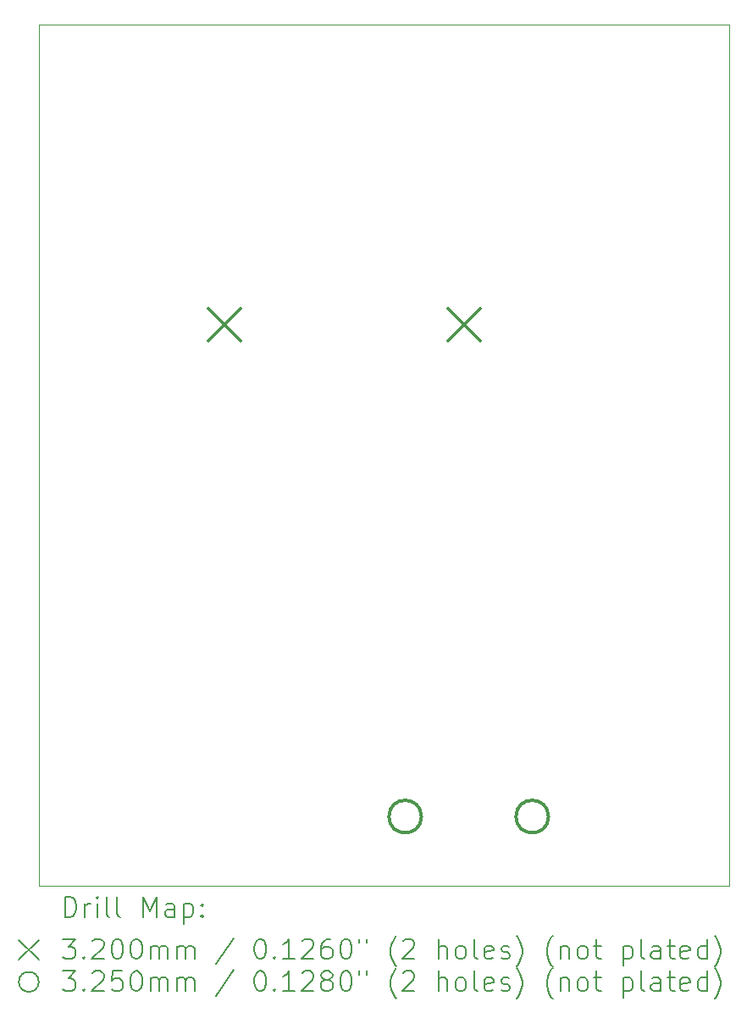
<source format=gbr>
%TF.GenerationSoftware,KiCad,Pcbnew,9.0.1*%
%TF.CreationDate,2025-05-26T13:20:41+02:00*%
%TF.ProjectId,ESP Interface Board,45535020-496e-4746-9572-666163652042,rev?*%
%TF.SameCoordinates,Original*%
%TF.FileFunction,Drillmap*%
%TF.FilePolarity,Positive*%
%FSLAX45Y45*%
G04 Gerber Fmt 4.5, Leading zero omitted, Abs format (unit mm)*
G04 Created by KiCad (PCBNEW 9.0.1) date 2025-05-26 13:20:41*
%MOMM*%
%LPD*%
G01*
G04 APERTURE LIST*
%ADD10C,0.050000*%
%ADD11C,0.200000*%
%ADD12C,0.320000*%
%ADD13C,0.325000*%
G04 APERTURE END LIST*
D10*
X8100000Y-7100000D02*
X15000000Y-7100000D01*
X15000000Y-15700000D01*
X8100000Y-15700000D01*
X8100000Y-7100000D01*
D11*
D12*
X9790000Y-9940000D02*
X10110000Y-10260000D01*
X10110000Y-9940000D02*
X9790000Y-10260000D01*
X12190000Y-9940000D02*
X12510000Y-10260000D01*
X12510000Y-9940000D02*
X12190000Y-10260000D01*
D13*
X11922600Y-15011600D02*
G75*
G02*
X11597600Y-15011600I-162500J0D01*
G01*
X11597600Y-15011600D02*
G75*
G02*
X11922600Y-15011600I162500J0D01*
G01*
X13192600Y-15011600D02*
G75*
G02*
X12867600Y-15011600I-162500J0D01*
G01*
X12867600Y-15011600D02*
G75*
G02*
X13192600Y-15011600I162500J0D01*
G01*
D11*
X8358277Y-16013984D02*
X8358277Y-15813984D01*
X8358277Y-15813984D02*
X8405896Y-15813984D01*
X8405896Y-15813984D02*
X8434467Y-15823508D01*
X8434467Y-15823508D02*
X8453515Y-15842555D01*
X8453515Y-15842555D02*
X8463039Y-15861603D01*
X8463039Y-15861603D02*
X8472563Y-15899698D01*
X8472563Y-15899698D02*
X8472563Y-15928269D01*
X8472563Y-15928269D02*
X8463039Y-15966365D01*
X8463039Y-15966365D02*
X8453515Y-15985412D01*
X8453515Y-15985412D02*
X8434467Y-16004460D01*
X8434467Y-16004460D02*
X8405896Y-16013984D01*
X8405896Y-16013984D02*
X8358277Y-16013984D01*
X8558277Y-16013984D02*
X8558277Y-15880650D01*
X8558277Y-15918746D02*
X8567801Y-15899698D01*
X8567801Y-15899698D02*
X8577324Y-15890174D01*
X8577324Y-15890174D02*
X8596372Y-15880650D01*
X8596372Y-15880650D02*
X8615420Y-15880650D01*
X8682086Y-16013984D02*
X8682086Y-15880650D01*
X8682086Y-15813984D02*
X8672563Y-15823508D01*
X8672563Y-15823508D02*
X8682086Y-15833031D01*
X8682086Y-15833031D02*
X8691610Y-15823508D01*
X8691610Y-15823508D02*
X8682086Y-15813984D01*
X8682086Y-15813984D02*
X8682086Y-15833031D01*
X8805896Y-16013984D02*
X8786848Y-16004460D01*
X8786848Y-16004460D02*
X8777324Y-15985412D01*
X8777324Y-15985412D02*
X8777324Y-15813984D01*
X8910658Y-16013984D02*
X8891610Y-16004460D01*
X8891610Y-16004460D02*
X8882086Y-15985412D01*
X8882086Y-15985412D02*
X8882086Y-15813984D01*
X9139229Y-16013984D02*
X9139229Y-15813984D01*
X9139229Y-15813984D02*
X9205896Y-15956841D01*
X9205896Y-15956841D02*
X9272563Y-15813984D01*
X9272563Y-15813984D02*
X9272563Y-16013984D01*
X9453515Y-16013984D02*
X9453515Y-15909222D01*
X9453515Y-15909222D02*
X9443991Y-15890174D01*
X9443991Y-15890174D02*
X9424944Y-15880650D01*
X9424944Y-15880650D02*
X9386848Y-15880650D01*
X9386848Y-15880650D02*
X9367801Y-15890174D01*
X9453515Y-16004460D02*
X9434467Y-16013984D01*
X9434467Y-16013984D02*
X9386848Y-16013984D01*
X9386848Y-16013984D02*
X9367801Y-16004460D01*
X9367801Y-16004460D02*
X9358277Y-15985412D01*
X9358277Y-15985412D02*
X9358277Y-15966365D01*
X9358277Y-15966365D02*
X9367801Y-15947317D01*
X9367801Y-15947317D02*
X9386848Y-15937793D01*
X9386848Y-15937793D02*
X9434467Y-15937793D01*
X9434467Y-15937793D02*
X9453515Y-15928269D01*
X9548753Y-15880650D02*
X9548753Y-16080650D01*
X9548753Y-15890174D02*
X9567801Y-15880650D01*
X9567801Y-15880650D02*
X9605896Y-15880650D01*
X9605896Y-15880650D02*
X9624944Y-15890174D01*
X9624944Y-15890174D02*
X9634467Y-15899698D01*
X9634467Y-15899698D02*
X9643991Y-15918746D01*
X9643991Y-15918746D02*
X9643991Y-15975888D01*
X9643991Y-15975888D02*
X9634467Y-15994936D01*
X9634467Y-15994936D02*
X9624944Y-16004460D01*
X9624944Y-16004460D02*
X9605896Y-16013984D01*
X9605896Y-16013984D02*
X9567801Y-16013984D01*
X9567801Y-16013984D02*
X9548753Y-16004460D01*
X9729705Y-15994936D02*
X9739229Y-16004460D01*
X9739229Y-16004460D02*
X9729705Y-16013984D01*
X9729705Y-16013984D02*
X9720182Y-16004460D01*
X9720182Y-16004460D02*
X9729705Y-15994936D01*
X9729705Y-15994936D02*
X9729705Y-16013984D01*
X9729705Y-15890174D02*
X9739229Y-15899698D01*
X9739229Y-15899698D02*
X9729705Y-15909222D01*
X9729705Y-15909222D02*
X9720182Y-15899698D01*
X9720182Y-15899698D02*
X9729705Y-15890174D01*
X9729705Y-15890174D02*
X9729705Y-15909222D01*
X7897500Y-16242500D02*
X8097500Y-16442500D01*
X8097500Y-16242500D02*
X7897500Y-16442500D01*
X8339229Y-16233984D02*
X8463039Y-16233984D01*
X8463039Y-16233984D02*
X8396372Y-16310174D01*
X8396372Y-16310174D02*
X8424944Y-16310174D01*
X8424944Y-16310174D02*
X8443991Y-16319698D01*
X8443991Y-16319698D02*
X8453515Y-16329222D01*
X8453515Y-16329222D02*
X8463039Y-16348269D01*
X8463039Y-16348269D02*
X8463039Y-16395888D01*
X8463039Y-16395888D02*
X8453515Y-16414936D01*
X8453515Y-16414936D02*
X8443991Y-16424460D01*
X8443991Y-16424460D02*
X8424944Y-16433984D01*
X8424944Y-16433984D02*
X8367801Y-16433984D01*
X8367801Y-16433984D02*
X8348753Y-16424460D01*
X8348753Y-16424460D02*
X8339229Y-16414936D01*
X8548753Y-16414936D02*
X8558277Y-16424460D01*
X8558277Y-16424460D02*
X8548753Y-16433984D01*
X8548753Y-16433984D02*
X8539229Y-16424460D01*
X8539229Y-16424460D02*
X8548753Y-16414936D01*
X8548753Y-16414936D02*
X8548753Y-16433984D01*
X8634467Y-16253031D02*
X8643991Y-16243508D01*
X8643991Y-16243508D02*
X8663039Y-16233984D01*
X8663039Y-16233984D02*
X8710658Y-16233984D01*
X8710658Y-16233984D02*
X8729705Y-16243508D01*
X8729705Y-16243508D02*
X8739229Y-16253031D01*
X8739229Y-16253031D02*
X8748753Y-16272079D01*
X8748753Y-16272079D02*
X8748753Y-16291127D01*
X8748753Y-16291127D02*
X8739229Y-16319698D01*
X8739229Y-16319698D02*
X8624944Y-16433984D01*
X8624944Y-16433984D02*
X8748753Y-16433984D01*
X8872563Y-16233984D02*
X8891610Y-16233984D01*
X8891610Y-16233984D02*
X8910658Y-16243508D01*
X8910658Y-16243508D02*
X8920182Y-16253031D01*
X8920182Y-16253031D02*
X8929705Y-16272079D01*
X8929705Y-16272079D02*
X8939229Y-16310174D01*
X8939229Y-16310174D02*
X8939229Y-16357793D01*
X8939229Y-16357793D02*
X8929705Y-16395888D01*
X8929705Y-16395888D02*
X8920182Y-16414936D01*
X8920182Y-16414936D02*
X8910658Y-16424460D01*
X8910658Y-16424460D02*
X8891610Y-16433984D01*
X8891610Y-16433984D02*
X8872563Y-16433984D01*
X8872563Y-16433984D02*
X8853515Y-16424460D01*
X8853515Y-16424460D02*
X8843991Y-16414936D01*
X8843991Y-16414936D02*
X8834467Y-16395888D01*
X8834467Y-16395888D02*
X8824944Y-16357793D01*
X8824944Y-16357793D02*
X8824944Y-16310174D01*
X8824944Y-16310174D02*
X8834467Y-16272079D01*
X8834467Y-16272079D02*
X8843991Y-16253031D01*
X8843991Y-16253031D02*
X8853515Y-16243508D01*
X8853515Y-16243508D02*
X8872563Y-16233984D01*
X9063039Y-16233984D02*
X9082086Y-16233984D01*
X9082086Y-16233984D02*
X9101134Y-16243508D01*
X9101134Y-16243508D02*
X9110658Y-16253031D01*
X9110658Y-16253031D02*
X9120182Y-16272079D01*
X9120182Y-16272079D02*
X9129705Y-16310174D01*
X9129705Y-16310174D02*
X9129705Y-16357793D01*
X9129705Y-16357793D02*
X9120182Y-16395888D01*
X9120182Y-16395888D02*
X9110658Y-16414936D01*
X9110658Y-16414936D02*
X9101134Y-16424460D01*
X9101134Y-16424460D02*
X9082086Y-16433984D01*
X9082086Y-16433984D02*
X9063039Y-16433984D01*
X9063039Y-16433984D02*
X9043991Y-16424460D01*
X9043991Y-16424460D02*
X9034467Y-16414936D01*
X9034467Y-16414936D02*
X9024944Y-16395888D01*
X9024944Y-16395888D02*
X9015420Y-16357793D01*
X9015420Y-16357793D02*
X9015420Y-16310174D01*
X9015420Y-16310174D02*
X9024944Y-16272079D01*
X9024944Y-16272079D02*
X9034467Y-16253031D01*
X9034467Y-16253031D02*
X9043991Y-16243508D01*
X9043991Y-16243508D02*
X9063039Y-16233984D01*
X9215420Y-16433984D02*
X9215420Y-16300650D01*
X9215420Y-16319698D02*
X9224944Y-16310174D01*
X9224944Y-16310174D02*
X9243991Y-16300650D01*
X9243991Y-16300650D02*
X9272563Y-16300650D01*
X9272563Y-16300650D02*
X9291610Y-16310174D01*
X9291610Y-16310174D02*
X9301134Y-16329222D01*
X9301134Y-16329222D02*
X9301134Y-16433984D01*
X9301134Y-16329222D02*
X9310658Y-16310174D01*
X9310658Y-16310174D02*
X9329705Y-16300650D01*
X9329705Y-16300650D02*
X9358277Y-16300650D01*
X9358277Y-16300650D02*
X9377325Y-16310174D01*
X9377325Y-16310174D02*
X9386848Y-16329222D01*
X9386848Y-16329222D02*
X9386848Y-16433984D01*
X9482086Y-16433984D02*
X9482086Y-16300650D01*
X9482086Y-16319698D02*
X9491610Y-16310174D01*
X9491610Y-16310174D02*
X9510658Y-16300650D01*
X9510658Y-16300650D02*
X9539229Y-16300650D01*
X9539229Y-16300650D02*
X9558277Y-16310174D01*
X9558277Y-16310174D02*
X9567801Y-16329222D01*
X9567801Y-16329222D02*
X9567801Y-16433984D01*
X9567801Y-16329222D02*
X9577325Y-16310174D01*
X9577325Y-16310174D02*
X9596372Y-16300650D01*
X9596372Y-16300650D02*
X9624944Y-16300650D01*
X9624944Y-16300650D02*
X9643991Y-16310174D01*
X9643991Y-16310174D02*
X9653515Y-16329222D01*
X9653515Y-16329222D02*
X9653515Y-16433984D01*
X10043991Y-16224460D02*
X9872563Y-16481603D01*
X10301134Y-16233984D02*
X10320182Y-16233984D01*
X10320182Y-16233984D02*
X10339229Y-16243508D01*
X10339229Y-16243508D02*
X10348753Y-16253031D01*
X10348753Y-16253031D02*
X10358277Y-16272079D01*
X10358277Y-16272079D02*
X10367801Y-16310174D01*
X10367801Y-16310174D02*
X10367801Y-16357793D01*
X10367801Y-16357793D02*
X10358277Y-16395888D01*
X10358277Y-16395888D02*
X10348753Y-16414936D01*
X10348753Y-16414936D02*
X10339229Y-16424460D01*
X10339229Y-16424460D02*
X10320182Y-16433984D01*
X10320182Y-16433984D02*
X10301134Y-16433984D01*
X10301134Y-16433984D02*
X10282087Y-16424460D01*
X10282087Y-16424460D02*
X10272563Y-16414936D01*
X10272563Y-16414936D02*
X10263039Y-16395888D01*
X10263039Y-16395888D02*
X10253515Y-16357793D01*
X10253515Y-16357793D02*
X10253515Y-16310174D01*
X10253515Y-16310174D02*
X10263039Y-16272079D01*
X10263039Y-16272079D02*
X10272563Y-16253031D01*
X10272563Y-16253031D02*
X10282087Y-16243508D01*
X10282087Y-16243508D02*
X10301134Y-16233984D01*
X10453515Y-16414936D02*
X10463039Y-16424460D01*
X10463039Y-16424460D02*
X10453515Y-16433984D01*
X10453515Y-16433984D02*
X10443991Y-16424460D01*
X10443991Y-16424460D02*
X10453515Y-16414936D01*
X10453515Y-16414936D02*
X10453515Y-16433984D01*
X10653515Y-16433984D02*
X10539229Y-16433984D01*
X10596372Y-16433984D02*
X10596372Y-16233984D01*
X10596372Y-16233984D02*
X10577325Y-16262555D01*
X10577325Y-16262555D02*
X10558277Y-16281603D01*
X10558277Y-16281603D02*
X10539229Y-16291127D01*
X10729706Y-16253031D02*
X10739229Y-16243508D01*
X10739229Y-16243508D02*
X10758277Y-16233984D01*
X10758277Y-16233984D02*
X10805896Y-16233984D01*
X10805896Y-16233984D02*
X10824944Y-16243508D01*
X10824944Y-16243508D02*
X10834468Y-16253031D01*
X10834468Y-16253031D02*
X10843991Y-16272079D01*
X10843991Y-16272079D02*
X10843991Y-16291127D01*
X10843991Y-16291127D02*
X10834468Y-16319698D01*
X10834468Y-16319698D02*
X10720182Y-16433984D01*
X10720182Y-16433984D02*
X10843991Y-16433984D01*
X11015420Y-16233984D02*
X10977325Y-16233984D01*
X10977325Y-16233984D02*
X10958277Y-16243508D01*
X10958277Y-16243508D02*
X10948753Y-16253031D01*
X10948753Y-16253031D02*
X10929706Y-16281603D01*
X10929706Y-16281603D02*
X10920182Y-16319698D01*
X10920182Y-16319698D02*
X10920182Y-16395888D01*
X10920182Y-16395888D02*
X10929706Y-16414936D01*
X10929706Y-16414936D02*
X10939229Y-16424460D01*
X10939229Y-16424460D02*
X10958277Y-16433984D01*
X10958277Y-16433984D02*
X10996372Y-16433984D01*
X10996372Y-16433984D02*
X11015420Y-16424460D01*
X11015420Y-16424460D02*
X11024944Y-16414936D01*
X11024944Y-16414936D02*
X11034468Y-16395888D01*
X11034468Y-16395888D02*
X11034468Y-16348269D01*
X11034468Y-16348269D02*
X11024944Y-16329222D01*
X11024944Y-16329222D02*
X11015420Y-16319698D01*
X11015420Y-16319698D02*
X10996372Y-16310174D01*
X10996372Y-16310174D02*
X10958277Y-16310174D01*
X10958277Y-16310174D02*
X10939229Y-16319698D01*
X10939229Y-16319698D02*
X10929706Y-16329222D01*
X10929706Y-16329222D02*
X10920182Y-16348269D01*
X11158277Y-16233984D02*
X11177325Y-16233984D01*
X11177325Y-16233984D02*
X11196372Y-16243508D01*
X11196372Y-16243508D02*
X11205896Y-16253031D01*
X11205896Y-16253031D02*
X11215420Y-16272079D01*
X11215420Y-16272079D02*
X11224944Y-16310174D01*
X11224944Y-16310174D02*
X11224944Y-16357793D01*
X11224944Y-16357793D02*
X11215420Y-16395888D01*
X11215420Y-16395888D02*
X11205896Y-16414936D01*
X11205896Y-16414936D02*
X11196372Y-16424460D01*
X11196372Y-16424460D02*
X11177325Y-16433984D01*
X11177325Y-16433984D02*
X11158277Y-16433984D01*
X11158277Y-16433984D02*
X11139229Y-16424460D01*
X11139229Y-16424460D02*
X11129706Y-16414936D01*
X11129706Y-16414936D02*
X11120182Y-16395888D01*
X11120182Y-16395888D02*
X11110658Y-16357793D01*
X11110658Y-16357793D02*
X11110658Y-16310174D01*
X11110658Y-16310174D02*
X11120182Y-16272079D01*
X11120182Y-16272079D02*
X11129706Y-16253031D01*
X11129706Y-16253031D02*
X11139229Y-16243508D01*
X11139229Y-16243508D02*
X11158277Y-16233984D01*
X11301134Y-16233984D02*
X11301134Y-16272079D01*
X11377325Y-16233984D02*
X11377325Y-16272079D01*
X11672563Y-16510174D02*
X11663039Y-16500650D01*
X11663039Y-16500650D02*
X11643991Y-16472079D01*
X11643991Y-16472079D02*
X11634468Y-16453031D01*
X11634468Y-16453031D02*
X11624944Y-16424460D01*
X11624944Y-16424460D02*
X11615420Y-16376841D01*
X11615420Y-16376841D02*
X11615420Y-16338746D01*
X11615420Y-16338746D02*
X11624944Y-16291127D01*
X11624944Y-16291127D02*
X11634468Y-16262555D01*
X11634468Y-16262555D02*
X11643991Y-16243508D01*
X11643991Y-16243508D02*
X11663039Y-16214936D01*
X11663039Y-16214936D02*
X11672563Y-16205412D01*
X11739229Y-16253031D02*
X11748753Y-16243508D01*
X11748753Y-16243508D02*
X11767801Y-16233984D01*
X11767801Y-16233984D02*
X11815420Y-16233984D01*
X11815420Y-16233984D02*
X11834468Y-16243508D01*
X11834468Y-16243508D02*
X11843991Y-16253031D01*
X11843991Y-16253031D02*
X11853515Y-16272079D01*
X11853515Y-16272079D02*
X11853515Y-16291127D01*
X11853515Y-16291127D02*
X11843991Y-16319698D01*
X11843991Y-16319698D02*
X11729706Y-16433984D01*
X11729706Y-16433984D02*
X11853515Y-16433984D01*
X12091610Y-16433984D02*
X12091610Y-16233984D01*
X12177325Y-16433984D02*
X12177325Y-16329222D01*
X12177325Y-16329222D02*
X12167801Y-16310174D01*
X12167801Y-16310174D02*
X12148753Y-16300650D01*
X12148753Y-16300650D02*
X12120182Y-16300650D01*
X12120182Y-16300650D02*
X12101134Y-16310174D01*
X12101134Y-16310174D02*
X12091610Y-16319698D01*
X12301134Y-16433984D02*
X12282087Y-16424460D01*
X12282087Y-16424460D02*
X12272563Y-16414936D01*
X12272563Y-16414936D02*
X12263039Y-16395888D01*
X12263039Y-16395888D02*
X12263039Y-16338746D01*
X12263039Y-16338746D02*
X12272563Y-16319698D01*
X12272563Y-16319698D02*
X12282087Y-16310174D01*
X12282087Y-16310174D02*
X12301134Y-16300650D01*
X12301134Y-16300650D02*
X12329706Y-16300650D01*
X12329706Y-16300650D02*
X12348753Y-16310174D01*
X12348753Y-16310174D02*
X12358277Y-16319698D01*
X12358277Y-16319698D02*
X12367801Y-16338746D01*
X12367801Y-16338746D02*
X12367801Y-16395888D01*
X12367801Y-16395888D02*
X12358277Y-16414936D01*
X12358277Y-16414936D02*
X12348753Y-16424460D01*
X12348753Y-16424460D02*
X12329706Y-16433984D01*
X12329706Y-16433984D02*
X12301134Y-16433984D01*
X12482087Y-16433984D02*
X12463039Y-16424460D01*
X12463039Y-16424460D02*
X12453515Y-16405412D01*
X12453515Y-16405412D02*
X12453515Y-16233984D01*
X12634468Y-16424460D02*
X12615420Y-16433984D01*
X12615420Y-16433984D02*
X12577325Y-16433984D01*
X12577325Y-16433984D02*
X12558277Y-16424460D01*
X12558277Y-16424460D02*
X12548753Y-16405412D01*
X12548753Y-16405412D02*
X12548753Y-16329222D01*
X12548753Y-16329222D02*
X12558277Y-16310174D01*
X12558277Y-16310174D02*
X12577325Y-16300650D01*
X12577325Y-16300650D02*
X12615420Y-16300650D01*
X12615420Y-16300650D02*
X12634468Y-16310174D01*
X12634468Y-16310174D02*
X12643991Y-16329222D01*
X12643991Y-16329222D02*
X12643991Y-16348269D01*
X12643991Y-16348269D02*
X12548753Y-16367317D01*
X12720182Y-16424460D02*
X12739230Y-16433984D01*
X12739230Y-16433984D02*
X12777325Y-16433984D01*
X12777325Y-16433984D02*
X12796372Y-16424460D01*
X12796372Y-16424460D02*
X12805896Y-16405412D01*
X12805896Y-16405412D02*
X12805896Y-16395888D01*
X12805896Y-16395888D02*
X12796372Y-16376841D01*
X12796372Y-16376841D02*
X12777325Y-16367317D01*
X12777325Y-16367317D02*
X12748753Y-16367317D01*
X12748753Y-16367317D02*
X12729706Y-16357793D01*
X12729706Y-16357793D02*
X12720182Y-16338746D01*
X12720182Y-16338746D02*
X12720182Y-16329222D01*
X12720182Y-16329222D02*
X12729706Y-16310174D01*
X12729706Y-16310174D02*
X12748753Y-16300650D01*
X12748753Y-16300650D02*
X12777325Y-16300650D01*
X12777325Y-16300650D02*
X12796372Y-16310174D01*
X12872563Y-16510174D02*
X12882087Y-16500650D01*
X12882087Y-16500650D02*
X12901134Y-16472079D01*
X12901134Y-16472079D02*
X12910658Y-16453031D01*
X12910658Y-16453031D02*
X12920182Y-16424460D01*
X12920182Y-16424460D02*
X12929706Y-16376841D01*
X12929706Y-16376841D02*
X12929706Y-16338746D01*
X12929706Y-16338746D02*
X12920182Y-16291127D01*
X12920182Y-16291127D02*
X12910658Y-16262555D01*
X12910658Y-16262555D02*
X12901134Y-16243508D01*
X12901134Y-16243508D02*
X12882087Y-16214936D01*
X12882087Y-16214936D02*
X12872563Y-16205412D01*
X13234468Y-16510174D02*
X13224944Y-16500650D01*
X13224944Y-16500650D02*
X13205896Y-16472079D01*
X13205896Y-16472079D02*
X13196372Y-16453031D01*
X13196372Y-16453031D02*
X13186849Y-16424460D01*
X13186849Y-16424460D02*
X13177325Y-16376841D01*
X13177325Y-16376841D02*
X13177325Y-16338746D01*
X13177325Y-16338746D02*
X13186849Y-16291127D01*
X13186849Y-16291127D02*
X13196372Y-16262555D01*
X13196372Y-16262555D02*
X13205896Y-16243508D01*
X13205896Y-16243508D02*
X13224944Y-16214936D01*
X13224944Y-16214936D02*
X13234468Y-16205412D01*
X13310658Y-16300650D02*
X13310658Y-16433984D01*
X13310658Y-16319698D02*
X13320182Y-16310174D01*
X13320182Y-16310174D02*
X13339230Y-16300650D01*
X13339230Y-16300650D02*
X13367801Y-16300650D01*
X13367801Y-16300650D02*
X13386849Y-16310174D01*
X13386849Y-16310174D02*
X13396372Y-16329222D01*
X13396372Y-16329222D02*
X13396372Y-16433984D01*
X13520182Y-16433984D02*
X13501134Y-16424460D01*
X13501134Y-16424460D02*
X13491611Y-16414936D01*
X13491611Y-16414936D02*
X13482087Y-16395888D01*
X13482087Y-16395888D02*
X13482087Y-16338746D01*
X13482087Y-16338746D02*
X13491611Y-16319698D01*
X13491611Y-16319698D02*
X13501134Y-16310174D01*
X13501134Y-16310174D02*
X13520182Y-16300650D01*
X13520182Y-16300650D02*
X13548753Y-16300650D01*
X13548753Y-16300650D02*
X13567801Y-16310174D01*
X13567801Y-16310174D02*
X13577325Y-16319698D01*
X13577325Y-16319698D02*
X13586849Y-16338746D01*
X13586849Y-16338746D02*
X13586849Y-16395888D01*
X13586849Y-16395888D02*
X13577325Y-16414936D01*
X13577325Y-16414936D02*
X13567801Y-16424460D01*
X13567801Y-16424460D02*
X13548753Y-16433984D01*
X13548753Y-16433984D02*
X13520182Y-16433984D01*
X13643992Y-16300650D02*
X13720182Y-16300650D01*
X13672563Y-16233984D02*
X13672563Y-16405412D01*
X13672563Y-16405412D02*
X13682087Y-16424460D01*
X13682087Y-16424460D02*
X13701134Y-16433984D01*
X13701134Y-16433984D02*
X13720182Y-16433984D01*
X13939230Y-16300650D02*
X13939230Y-16500650D01*
X13939230Y-16310174D02*
X13958277Y-16300650D01*
X13958277Y-16300650D02*
X13996373Y-16300650D01*
X13996373Y-16300650D02*
X14015420Y-16310174D01*
X14015420Y-16310174D02*
X14024944Y-16319698D01*
X14024944Y-16319698D02*
X14034468Y-16338746D01*
X14034468Y-16338746D02*
X14034468Y-16395888D01*
X14034468Y-16395888D02*
X14024944Y-16414936D01*
X14024944Y-16414936D02*
X14015420Y-16424460D01*
X14015420Y-16424460D02*
X13996373Y-16433984D01*
X13996373Y-16433984D02*
X13958277Y-16433984D01*
X13958277Y-16433984D02*
X13939230Y-16424460D01*
X14148753Y-16433984D02*
X14129706Y-16424460D01*
X14129706Y-16424460D02*
X14120182Y-16405412D01*
X14120182Y-16405412D02*
X14120182Y-16233984D01*
X14310658Y-16433984D02*
X14310658Y-16329222D01*
X14310658Y-16329222D02*
X14301134Y-16310174D01*
X14301134Y-16310174D02*
X14282087Y-16300650D01*
X14282087Y-16300650D02*
X14243992Y-16300650D01*
X14243992Y-16300650D02*
X14224944Y-16310174D01*
X14310658Y-16424460D02*
X14291611Y-16433984D01*
X14291611Y-16433984D02*
X14243992Y-16433984D01*
X14243992Y-16433984D02*
X14224944Y-16424460D01*
X14224944Y-16424460D02*
X14215420Y-16405412D01*
X14215420Y-16405412D02*
X14215420Y-16386365D01*
X14215420Y-16386365D02*
X14224944Y-16367317D01*
X14224944Y-16367317D02*
X14243992Y-16357793D01*
X14243992Y-16357793D02*
X14291611Y-16357793D01*
X14291611Y-16357793D02*
X14310658Y-16348269D01*
X14377325Y-16300650D02*
X14453515Y-16300650D01*
X14405896Y-16233984D02*
X14405896Y-16405412D01*
X14405896Y-16405412D02*
X14415420Y-16424460D01*
X14415420Y-16424460D02*
X14434468Y-16433984D01*
X14434468Y-16433984D02*
X14453515Y-16433984D01*
X14596373Y-16424460D02*
X14577325Y-16433984D01*
X14577325Y-16433984D02*
X14539230Y-16433984D01*
X14539230Y-16433984D02*
X14520182Y-16424460D01*
X14520182Y-16424460D02*
X14510658Y-16405412D01*
X14510658Y-16405412D02*
X14510658Y-16329222D01*
X14510658Y-16329222D02*
X14520182Y-16310174D01*
X14520182Y-16310174D02*
X14539230Y-16300650D01*
X14539230Y-16300650D02*
X14577325Y-16300650D01*
X14577325Y-16300650D02*
X14596373Y-16310174D01*
X14596373Y-16310174D02*
X14605896Y-16329222D01*
X14605896Y-16329222D02*
X14605896Y-16348269D01*
X14605896Y-16348269D02*
X14510658Y-16367317D01*
X14777325Y-16433984D02*
X14777325Y-16233984D01*
X14777325Y-16424460D02*
X14758277Y-16433984D01*
X14758277Y-16433984D02*
X14720182Y-16433984D01*
X14720182Y-16433984D02*
X14701134Y-16424460D01*
X14701134Y-16424460D02*
X14691611Y-16414936D01*
X14691611Y-16414936D02*
X14682087Y-16395888D01*
X14682087Y-16395888D02*
X14682087Y-16338746D01*
X14682087Y-16338746D02*
X14691611Y-16319698D01*
X14691611Y-16319698D02*
X14701134Y-16310174D01*
X14701134Y-16310174D02*
X14720182Y-16300650D01*
X14720182Y-16300650D02*
X14758277Y-16300650D01*
X14758277Y-16300650D02*
X14777325Y-16310174D01*
X14853515Y-16510174D02*
X14863039Y-16500650D01*
X14863039Y-16500650D02*
X14882087Y-16472079D01*
X14882087Y-16472079D02*
X14891611Y-16453031D01*
X14891611Y-16453031D02*
X14901134Y-16424460D01*
X14901134Y-16424460D02*
X14910658Y-16376841D01*
X14910658Y-16376841D02*
X14910658Y-16338746D01*
X14910658Y-16338746D02*
X14901134Y-16291127D01*
X14901134Y-16291127D02*
X14891611Y-16262555D01*
X14891611Y-16262555D02*
X14882087Y-16243508D01*
X14882087Y-16243508D02*
X14863039Y-16214936D01*
X14863039Y-16214936D02*
X14853515Y-16205412D01*
X8097500Y-16662500D02*
G75*
G02*
X7897500Y-16662500I-100000J0D01*
G01*
X7897500Y-16662500D02*
G75*
G02*
X8097500Y-16662500I100000J0D01*
G01*
X8339229Y-16553984D02*
X8463039Y-16553984D01*
X8463039Y-16553984D02*
X8396372Y-16630174D01*
X8396372Y-16630174D02*
X8424944Y-16630174D01*
X8424944Y-16630174D02*
X8443991Y-16639698D01*
X8443991Y-16639698D02*
X8453515Y-16649222D01*
X8453515Y-16649222D02*
X8463039Y-16668269D01*
X8463039Y-16668269D02*
X8463039Y-16715888D01*
X8463039Y-16715888D02*
X8453515Y-16734936D01*
X8453515Y-16734936D02*
X8443991Y-16744460D01*
X8443991Y-16744460D02*
X8424944Y-16753984D01*
X8424944Y-16753984D02*
X8367801Y-16753984D01*
X8367801Y-16753984D02*
X8348753Y-16744460D01*
X8348753Y-16744460D02*
X8339229Y-16734936D01*
X8548753Y-16734936D02*
X8558277Y-16744460D01*
X8558277Y-16744460D02*
X8548753Y-16753984D01*
X8548753Y-16753984D02*
X8539229Y-16744460D01*
X8539229Y-16744460D02*
X8548753Y-16734936D01*
X8548753Y-16734936D02*
X8548753Y-16753984D01*
X8634467Y-16573031D02*
X8643991Y-16563508D01*
X8643991Y-16563508D02*
X8663039Y-16553984D01*
X8663039Y-16553984D02*
X8710658Y-16553984D01*
X8710658Y-16553984D02*
X8729705Y-16563508D01*
X8729705Y-16563508D02*
X8739229Y-16573031D01*
X8739229Y-16573031D02*
X8748753Y-16592079D01*
X8748753Y-16592079D02*
X8748753Y-16611127D01*
X8748753Y-16611127D02*
X8739229Y-16639698D01*
X8739229Y-16639698D02*
X8624944Y-16753984D01*
X8624944Y-16753984D02*
X8748753Y-16753984D01*
X8929705Y-16553984D02*
X8834467Y-16553984D01*
X8834467Y-16553984D02*
X8824944Y-16649222D01*
X8824944Y-16649222D02*
X8834467Y-16639698D01*
X8834467Y-16639698D02*
X8853515Y-16630174D01*
X8853515Y-16630174D02*
X8901134Y-16630174D01*
X8901134Y-16630174D02*
X8920182Y-16639698D01*
X8920182Y-16639698D02*
X8929705Y-16649222D01*
X8929705Y-16649222D02*
X8939229Y-16668269D01*
X8939229Y-16668269D02*
X8939229Y-16715888D01*
X8939229Y-16715888D02*
X8929705Y-16734936D01*
X8929705Y-16734936D02*
X8920182Y-16744460D01*
X8920182Y-16744460D02*
X8901134Y-16753984D01*
X8901134Y-16753984D02*
X8853515Y-16753984D01*
X8853515Y-16753984D02*
X8834467Y-16744460D01*
X8834467Y-16744460D02*
X8824944Y-16734936D01*
X9063039Y-16553984D02*
X9082086Y-16553984D01*
X9082086Y-16553984D02*
X9101134Y-16563508D01*
X9101134Y-16563508D02*
X9110658Y-16573031D01*
X9110658Y-16573031D02*
X9120182Y-16592079D01*
X9120182Y-16592079D02*
X9129705Y-16630174D01*
X9129705Y-16630174D02*
X9129705Y-16677793D01*
X9129705Y-16677793D02*
X9120182Y-16715888D01*
X9120182Y-16715888D02*
X9110658Y-16734936D01*
X9110658Y-16734936D02*
X9101134Y-16744460D01*
X9101134Y-16744460D02*
X9082086Y-16753984D01*
X9082086Y-16753984D02*
X9063039Y-16753984D01*
X9063039Y-16753984D02*
X9043991Y-16744460D01*
X9043991Y-16744460D02*
X9034467Y-16734936D01*
X9034467Y-16734936D02*
X9024944Y-16715888D01*
X9024944Y-16715888D02*
X9015420Y-16677793D01*
X9015420Y-16677793D02*
X9015420Y-16630174D01*
X9015420Y-16630174D02*
X9024944Y-16592079D01*
X9024944Y-16592079D02*
X9034467Y-16573031D01*
X9034467Y-16573031D02*
X9043991Y-16563508D01*
X9043991Y-16563508D02*
X9063039Y-16553984D01*
X9215420Y-16753984D02*
X9215420Y-16620650D01*
X9215420Y-16639698D02*
X9224944Y-16630174D01*
X9224944Y-16630174D02*
X9243991Y-16620650D01*
X9243991Y-16620650D02*
X9272563Y-16620650D01*
X9272563Y-16620650D02*
X9291610Y-16630174D01*
X9291610Y-16630174D02*
X9301134Y-16649222D01*
X9301134Y-16649222D02*
X9301134Y-16753984D01*
X9301134Y-16649222D02*
X9310658Y-16630174D01*
X9310658Y-16630174D02*
X9329705Y-16620650D01*
X9329705Y-16620650D02*
X9358277Y-16620650D01*
X9358277Y-16620650D02*
X9377325Y-16630174D01*
X9377325Y-16630174D02*
X9386848Y-16649222D01*
X9386848Y-16649222D02*
X9386848Y-16753984D01*
X9482086Y-16753984D02*
X9482086Y-16620650D01*
X9482086Y-16639698D02*
X9491610Y-16630174D01*
X9491610Y-16630174D02*
X9510658Y-16620650D01*
X9510658Y-16620650D02*
X9539229Y-16620650D01*
X9539229Y-16620650D02*
X9558277Y-16630174D01*
X9558277Y-16630174D02*
X9567801Y-16649222D01*
X9567801Y-16649222D02*
X9567801Y-16753984D01*
X9567801Y-16649222D02*
X9577325Y-16630174D01*
X9577325Y-16630174D02*
X9596372Y-16620650D01*
X9596372Y-16620650D02*
X9624944Y-16620650D01*
X9624944Y-16620650D02*
X9643991Y-16630174D01*
X9643991Y-16630174D02*
X9653515Y-16649222D01*
X9653515Y-16649222D02*
X9653515Y-16753984D01*
X10043991Y-16544460D02*
X9872563Y-16801603D01*
X10301134Y-16553984D02*
X10320182Y-16553984D01*
X10320182Y-16553984D02*
X10339229Y-16563508D01*
X10339229Y-16563508D02*
X10348753Y-16573031D01*
X10348753Y-16573031D02*
X10358277Y-16592079D01*
X10358277Y-16592079D02*
X10367801Y-16630174D01*
X10367801Y-16630174D02*
X10367801Y-16677793D01*
X10367801Y-16677793D02*
X10358277Y-16715888D01*
X10358277Y-16715888D02*
X10348753Y-16734936D01*
X10348753Y-16734936D02*
X10339229Y-16744460D01*
X10339229Y-16744460D02*
X10320182Y-16753984D01*
X10320182Y-16753984D02*
X10301134Y-16753984D01*
X10301134Y-16753984D02*
X10282087Y-16744460D01*
X10282087Y-16744460D02*
X10272563Y-16734936D01*
X10272563Y-16734936D02*
X10263039Y-16715888D01*
X10263039Y-16715888D02*
X10253515Y-16677793D01*
X10253515Y-16677793D02*
X10253515Y-16630174D01*
X10253515Y-16630174D02*
X10263039Y-16592079D01*
X10263039Y-16592079D02*
X10272563Y-16573031D01*
X10272563Y-16573031D02*
X10282087Y-16563508D01*
X10282087Y-16563508D02*
X10301134Y-16553984D01*
X10453515Y-16734936D02*
X10463039Y-16744460D01*
X10463039Y-16744460D02*
X10453515Y-16753984D01*
X10453515Y-16753984D02*
X10443991Y-16744460D01*
X10443991Y-16744460D02*
X10453515Y-16734936D01*
X10453515Y-16734936D02*
X10453515Y-16753984D01*
X10653515Y-16753984D02*
X10539229Y-16753984D01*
X10596372Y-16753984D02*
X10596372Y-16553984D01*
X10596372Y-16553984D02*
X10577325Y-16582555D01*
X10577325Y-16582555D02*
X10558277Y-16601603D01*
X10558277Y-16601603D02*
X10539229Y-16611127D01*
X10729706Y-16573031D02*
X10739229Y-16563508D01*
X10739229Y-16563508D02*
X10758277Y-16553984D01*
X10758277Y-16553984D02*
X10805896Y-16553984D01*
X10805896Y-16553984D02*
X10824944Y-16563508D01*
X10824944Y-16563508D02*
X10834468Y-16573031D01*
X10834468Y-16573031D02*
X10843991Y-16592079D01*
X10843991Y-16592079D02*
X10843991Y-16611127D01*
X10843991Y-16611127D02*
X10834468Y-16639698D01*
X10834468Y-16639698D02*
X10720182Y-16753984D01*
X10720182Y-16753984D02*
X10843991Y-16753984D01*
X10958277Y-16639698D02*
X10939229Y-16630174D01*
X10939229Y-16630174D02*
X10929706Y-16620650D01*
X10929706Y-16620650D02*
X10920182Y-16601603D01*
X10920182Y-16601603D02*
X10920182Y-16592079D01*
X10920182Y-16592079D02*
X10929706Y-16573031D01*
X10929706Y-16573031D02*
X10939229Y-16563508D01*
X10939229Y-16563508D02*
X10958277Y-16553984D01*
X10958277Y-16553984D02*
X10996372Y-16553984D01*
X10996372Y-16553984D02*
X11015420Y-16563508D01*
X11015420Y-16563508D02*
X11024944Y-16573031D01*
X11024944Y-16573031D02*
X11034468Y-16592079D01*
X11034468Y-16592079D02*
X11034468Y-16601603D01*
X11034468Y-16601603D02*
X11024944Y-16620650D01*
X11024944Y-16620650D02*
X11015420Y-16630174D01*
X11015420Y-16630174D02*
X10996372Y-16639698D01*
X10996372Y-16639698D02*
X10958277Y-16639698D01*
X10958277Y-16639698D02*
X10939229Y-16649222D01*
X10939229Y-16649222D02*
X10929706Y-16658746D01*
X10929706Y-16658746D02*
X10920182Y-16677793D01*
X10920182Y-16677793D02*
X10920182Y-16715888D01*
X10920182Y-16715888D02*
X10929706Y-16734936D01*
X10929706Y-16734936D02*
X10939229Y-16744460D01*
X10939229Y-16744460D02*
X10958277Y-16753984D01*
X10958277Y-16753984D02*
X10996372Y-16753984D01*
X10996372Y-16753984D02*
X11015420Y-16744460D01*
X11015420Y-16744460D02*
X11024944Y-16734936D01*
X11024944Y-16734936D02*
X11034468Y-16715888D01*
X11034468Y-16715888D02*
X11034468Y-16677793D01*
X11034468Y-16677793D02*
X11024944Y-16658746D01*
X11024944Y-16658746D02*
X11015420Y-16649222D01*
X11015420Y-16649222D02*
X10996372Y-16639698D01*
X11158277Y-16553984D02*
X11177325Y-16553984D01*
X11177325Y-16553984D02*
X11196372Y-16563508D01*
X11196372Y-16563508D02*
X11205896Y-16573031D01*
X11205896Y-16573031D02*
X11215420Y-16592079D01*
X11215420Y-16592079D02*
X11224944Y-16630174D01*
X11224944Y-16630174D02*
X11224944Y-16677793D01*
X11224944Y-16677793D02*
X11215420Y-16715888D01*
X11215420Y-16715888D02*
X11205896Y-16734936D01*
X11205896Y-16734936D02*
X11196372Y-16744460D01*
X11196372Y-16744460D02*
X11177325Y-16753984D01*
X11177325Y-16753984D02*
X11158277Y-16753984D01*
X11158277Y-16753984D02*
X11139229Y-16744460D01*
X11139229Y-16744460D02*
X11129706Y-16734936D01*
X11129706Y-16734936D02*
X11120182Y-16715888D01*
X11120182Y-16715888D02*
X11110658Y-16677793D01*
X11110658Y-16677793D02*
X11110658Y-16630174D01*
X11110658Y-16630174D02*
X11120182Y-16592079D01*
X11120182Y-16592079D02*
X11129706Y-16573031D01*
X11129706Y-16573031D02*
X11139229Y-16563508D01*
X11139229Y-16563508D02*
X11158277Y-16553984D01*
X11301134Y-16553984D02*
X11301134Y-16592079D01*
X11377325Y-16553984D02*
X11377325Y-16592079D01*
X11672563Y-16830174D02*
X11663039Y-16820650D01*
X11663039Y-16820650D02*
X11643991Y-16792079D01*
X11643991Y-16792079D02*
X11634468Y-16773031D01*
X11634468Y-16773031D02*
X11624944Y-16744460D01*
X11624944Y-16744460D02*
X11615420Y-16696841D01*
X11615420Y-16696841D02*
X11615420Y-16658746D01*
X11615420Y-16658746D02*
X11624944Y-16611127D01*
X11624944Y-16611127D02*
X11634468Y-16582555D01*
X11634468Y-16582555D02*
X11643991Y-16563508D01*
X11643991Y-16563508D02*
X11663039Y-16534936D01*
X11663039Y-16534936D02*
X11672563Y-16525412D01*
X11739229Y-16573031D02*
X11748753Y-16563508D01*
X11748753Y-16563508D02*
X11767801Y-16553984D01*
X11767801Y-16553984D02*
X11815420Y-16553984D01*
X11815420Y-16553984D02*
X11834468Y-16563508D01*
X11834468Y-16563508D02*
X11843991Y-16573031D01*
X11843991Y-16573031D02*
X11853515Y-16592079D01*
X11853515Y-16592079D02*
X11853515Y-16611127D01*
X11853515Y-16611127D02*
X11843991Y-16639698D01*
X11843991Y-16639698D02*
X11729706Y-16753984D01*
X11729706Y-16753984D02*
X11853515Y-16753984D01*
X12091610Y-16753984D02*
X12091610Y-16553984D01*
X12177325Y-16753984D02*
X12177325Y-16649222D01*
X12177325Y-16649222D02*
X12167801Y-16630174D01*
X12167801Y-16630174D02*
X12148753Y-16620650D01*
X12148753Y-16620650D02*
X12120182Y-16620650D01*
X12120182Y-16620650D02*
X12101134Y-16630174D01*
X12101134Y-16630174D02*
X12091610Y-16639698D01*
X12301134Y-16753984D02*
X12282087Y-16744460D01*
X12282087Y-16744460D02*
X12272563Y-16734936D01*
X12272563Y-16734936D02*
X12263039Y-16715888D01*
X12263039Y-16715888D02*
X12263039Y-16658746D01*
X12263039Y-16658746D02*
X12272563Y-16639698D01*
X12272563Y-16639698D02*
X12282087Y-16630174D01*
X12282087Y-16630174D02*
X12301134Y-16620650D01*
X12301134Y-16620650D02*
X12329706Y-16620650D01*
X12329706Y-16620650D02*
X12348753Y-16630174D01*
X12348753Y-16630174D02*
X12358277Y-16639698D01*
X12358277Y-16639698D02*
X12367801Y-16658746D01*
X12367801Y-16658746D02*
X12367801Y-16715888D01*
X12367801Y-16715888D02*
X12358277Y-16734936D01*
X12358277Y-16734936D02*
X12348753Y-16744460D01*
X12348753Y-16744460D02*
X12329706Y-16753984D01*
X12329706Y-16753984D02*
X12301134Y-16753984D01*
X12482087Y-16753984D02*
X12463039Y-16744460D01*
X12463039Y-16744460D02*
X12453515Y-16725412D01*
X12453515Y-16725412D02*
X12453515Y-16553984D01*
X12634468Y-16744460D02*
X12615420Y-16753984D01*
X12615420Y-16753984D02*
X12577325Y-16753984D01*
X12577325Y-16753984D02*
X12558277Y-16744460D01*
X12558277Y-16744460D02*
X12548753Y-16725412D01*
X12548753Y-16725412D02*
X12548753Y-16649222D01*
X12548753Y-16649222D02*
X12558277Y-16630174D01*
X12558277Y-16630174D02*
X12577325Y-16620650D01*
X12577325Y-16620650D02*
X12615420Y-16620650D01*
X12615420Y-16620650D02*
X12634468Y-16630174D01*
X12634468Y-16630174D02*
X12643991Y-16649222D01*
X12643991Y-16649222D02*
X12643991Y-16668269D01*
X12643991Y-16668269D02*
X12548753Y-16687317D01*
X12720182Y-16744460D02*
X12739230Y-16753984D01*
X12739230Y-16753984D02*
X12777325Y-16753984D01*
X12777325Y-16753984D02*
X12796372Y-16744460D01*
X12796372Y-16744460D02*
X12805896Y-16725412D01*
X12805896Y-16725412D02*
X12805896Y-16715888D01*
X12805896Y-16715888D02*
X12796372Y-16696841D01*
X12796372Y-16696841D02*
X12777325Y-16687317D01*
X12777325Y-16687317D02*
X12748753Y-16687317D01*
X12748753Y-16687317D02*
X12729706Y-16677793D01*
X12729706Y-16677793D02*
X12720182Y-16658746D01*
X12720182Y-16658746D02*
X12720182Y-16649222D01*
X12720182Y-16649222D02*
X12729706Y-16630174D01*
X12729706Y-16630174D02*
X12748753Y-16620650D01*
X12748753Y-16620650D02*
X12777325Y-16620650D01*
X12777325Y-16620650D02*
X12796372Y-16630174D01*
X12872563Y-16830174D02*
X12882087Y-16820650D01*
X12882087Y-16820650D02*
X12901134Y-16792079D01*
X12901134Y-16792079D02*
X12910658Y-16773031D01*
X12910658Y-16773031D02*
X12920182Y-16744460D01*
X12920182Y-16744460D02*
X12929706Y-16696841D01*
X12929706Y-16696841D02*
X12929706Y-16658746D01*
X12929706Y-16658746D02*
X12920182Y-16611127D01*
X12920182Y-16611127D02*
X12910658Y-16582555D01*
X12910658Y-16582555D02*
X12901134Y-16563508D01*
X12901134Y-16563508D02*
X12882087Y-16534936D01*
X12882087Y-16534936D02*
X12872563Y-16525412D01*
X13234468Y-16830174D02*
X13224944Y-16820650D01*
X13224944Y-16820650D02*
X13205896Y-16792079D01*
X13205896Y-16792079D02*
X13196372Y-16773031D01*
X13196372Y-16773031D02*
X13186849Y-16744460D01*
X13186849Y-16744460D02*
X13177325Y-16696841D01*
X13177325Y-16696841D02*
X13177325Y-16658746D01*
X13177325Y-16658746D02*
X13186849Y-16611127D01*
X13186849Y-16611127D02*
X13196372Y-16582555D01*
X13196372Y-16582555D02*
X13205896Y-16563508D01*
X13205896Y-16563508D02*
X13224944Y-16534936D01*
X13224944Y-16534936D02*
X13234468Y-16525412D01*
X13310658Y-16620650D02*
X13310658Y-16753984D01*
X13310658Y-16639698D02*
X13320182Y-16630174D01*
X13320182Y-16630174D02*
X13339230Y-16620650D01*
X13339230Y-16620650D02*
X13367801Y-16620650D01*
X13367801Y-16620650D02*
X13386849Y-16630174D01*
X13386849Y-16630174D02*
X13396372Y-16649222D01*
X13396372Y-16649222D02*
X13396372Y-16753984D01*
X13520182Y-16753984D02*
X13501134Y-16744460D01*
X13501134Y-16744460D02*
X13491611Y-16734936D01*
X13491611Y-16734936D02*
X13482087Y-16715888D01*
X13482087Y-16715888D02*
X13482087Y-16658746D01*
X13482087Y-16658746D02*
X13491611Y-16639698D01*
X13491611Y-16639698D02*
X13501134Y-16630174D01*
X13501134Y-16630174D02*
X13520182Y-16620650D01*
X13520182Y-16620650D02*
X13548753Y-16620650D01*
X13548753Y-16620650D02*
X13567801Y-16630174D01*
X13567801Y-16630174D02*
X13577325Y-16639698D01*
X13577325Y-16639698D02*
X13586849Y-16658746D01*
X13586849Y-16658746D02*
X13586849Y-16715888D01*
X13586849Y-16715888D02*
X13577325Y-16734936D01*
X13577325Y-16734936D02*
X13567801Y-16744460D01*
X13567801Y-16744460D02*
X13548753Y-16753984D01*
X13548753Y-16753984D02*
X13520182Y-16753984D01*
X13643992Y-16620650D02*
X13720182Y-16620650D01*
X13672563Y-16553984D02*
X13672563Y-16725412D01*
X13672563Y-16725412D02*
X13682087Y-16744460D01*
X13682087Y-16744460D02*
X13701134Y-16753984D01*
X13701134Y-16753984D02*
X13720182Y-16753984D01*
X13939230Y-16620650D02*
X13939230Y-16820650D01*
X13939230Y-16630174D02*
X13958277Y-16620650D01*
X13958277Y-16620650D02*
X13996373Y-16620650D01*
X13996373Y-16620650D02*
X14015420Y-16630174D01*
X14015420Y-16630174D02*
X14024944Y-16639698D01*
X14024944Y-16639698D02*
X14034468Y-16658746D01*
X14034468Y-16658746D02*
X14034468Y-16715888D01*
X14034468Y-16715888D02*
X14024944Y-16734936D01*
X14024944Y-16734936D02*
X14015420Y-16744460D01*
X14015420Y-16744460D02*
X13996373Y-16753984D01*
X13996373Y-16753984D02*
X13958277Y-16753984D01*
X13958277Y-16753984D02*
X13939230Y-16744460D01*
X14148753Y-16753984D02*
X14129706Y-16744460D01*
X14129706Y-16744460D02*
X14120182Y-16725412D01*
X14120182Y-16725412D02*
X14120182Y-16553984D01*
X14310658Y-16753984D02*
X14310658Y-16649222D01*
X14310658Y-16649222D02*
X14301134Y-16630174D01*
X14301134Y-16630174D02*
X14282087Y-16620650D01*
X14282087Y-16620650D02*
X14243992Y-16620650D01*
X14243992Y-16620650D02*
X14224944Y-16630174D01*
X14310658Y-16744460D02*
X14291611Y-16753984D01*
X14291611Y-16753984D02*
X14243992Y-16753984D01*
X14243992Y-16753984D02*
X14224944Y-16744460D01*
X14224944Y-16744460D02*
X14215420Y-16725412D01*
X14215420Y-16725412D02*
X14215420Y-16706365D01*
X14215420Y-16706365D02*
X14224944Y-16687317D01*
X14224944Y-16687317D02*
X14243992Y-16677793D01*
X14243992Y-16677793D02*
X14291611Y-16677793D01*
X14291611Y-16677793D02*
X14310658Y-16668269D01*
X14377325Y-16620650D02*
X14453515Y-16620650D01*
X14405896Y-16553984D02*
X14405896Y-16725412D01*
X14405896Y-16725412D02*
X14415420Y-16744460D01*
X14415420Y-16744460D02*
X14434468Y-16753984D01*
X14434468Y-16753984D02*
X14453515Y-16753984D01*
X14596373Y-16744460D02*
X14577325Y-16753984D01*
X14577325Y-16753984D02*
X14539230Y-16753984D01*
X14539230Y-16753984D02*
X14520182Y-16744460D01*
X14520182Y-16744460D02*
X14510658Y-16725412D01*
X14510658Y-16725412D02*
X14510658Y-16649222D01*
X14510658Y-16649222D02*
X14520182Y-16630174D01*
X14520182Y-16630174D02*
X14539230Y-16620650D01*
X14539230Y-16620650D02*
X14577325Y-16620650D01*
X14577325Y-16620650D02*
X14596373Y-16630174D01*
X14596373Y-16630174D02*
X14605896Y-16649222D01*
X14605896Y-16649222D02*
X14605896Y-16668269D01*
X14605896Y-16668269D02*
X14510658Y-16687317D01*
X14777325Y-16753984D02*
X14777325Y-16553984D01*
X14777325Y-16744460D02*
X14758277Y-16753984D01*
X14758277Y-16753984D02*
X14720182Y-16753984D01*
X14720182Y-16753984D02*
X14701134Y-16744460D01*
X14701134Y-16744460D02*
X14691611Y-16734936D01*
X14691611Y-16734936D02*
X14682087Y-16715888D01*
X14682087Y-16715888D02*
X14682087Y-16658746D01*
X14682087Y-16658746D02*
X14691611Y-16639698D01*
X14691611Y-16639698D02*
X14701134Y-16630174D01*
X14701134Y-16630174D02*
X14720182Y-16620650D01*
X14720182Y-16620650D02*
X14758277Y-16620650D01*
X14758277Y-16620650D02*
X14777325Y-16630174D01*
X14853515Y-16830174D02*
X14863039Y-16820650D01*
X14863039Y-16820650D02*
X14882087Y-16792079D01*
X14882087Y-16792079D02*
X14891611Y-16773031D01*
X14891611Y-16773031D02*
X14901134Y-16744460D01*
X14901134Y-16744460D02*
X14910658Y-16696841D01*
X14910658Y-16696841D02*
X14910658Y-16658746D01*
X14910658Y-16658746D02*
X14901134Y-16611127D01*
X14901134Y-16611127D02*
X14891611Y-16582555D01*
X14891611Y-16582555D02*
X14882087Y-16563508D01*
X14882087Y-16563508D02*
X14863039Y-16534936D01*
X14863039Y-16534936D02*
X14853515Y-16525412D01*
M02*

</source>
